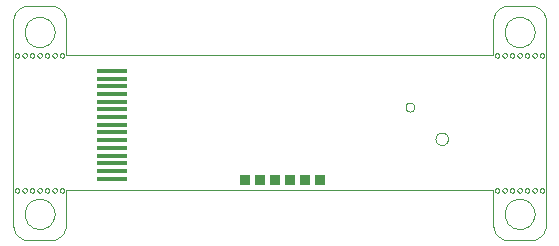
<source format=gbp>
G75*
%MOIN*%
%OFA0B0*%
%FSLAX24Y24*%
%IPPOS*%
%LPD*%
%AMOC8*
5,1,8,0,0,1.08239X$1,22.5*
%
%ADD10C,0.0000*%
%ADD11R,0.1024X0.0138*%
%ADD12R,0.0320X0.0350*%
D10*
X004943Y002737D02*
X005693Y002737D01*
X005737Y002739D01*
X005780Y002745D01*
X005822Y002754D01*
X005864Y002767D01*
X005904Y002784D01*
X005943Y002804D01*
X005980Y002827D01*
X006014Y002854D01*
X006047Y002883D01*
X006076Y002916D01*
X006103Y002950D01*
X006126Y002987D01*
X006146Y003026D01*
X006163Y003066D01*
X006176Y003108D01*
X006185Y003150D01*
X006191Y003193D01*
X006193Y003237D01*
X006193Y004393D01*
X020443Y004393D01*
X020443Y003237D01*
X020445Y003193D01*
X020451Y003150D01*
X020460Y003108D01*
X020473Y003066D01*
X020490Y003026D01*
X020510Y002987D01*
X020533Y002950D01*
X020560Y002916D01*
X020589Y002883D01*
X020622Y002854D01*
X020656Y002827D01*
X020693Y002804D01*
X020732Y002784D01*
X020772Y002767D01*
X020814Y002754D01*
X020856Y002745D01*
X020899Y002739D01*
X020943Y002737D01*
X021693Y002737D01*
X021737Y002739D01*
X021780Y002745D01*
X021822Y002754D01*
X021864Y002767D01*
X021904Y002784D01*
X021943Y002804D01*
X021980Y002827D01*
X022014Y002854D01*
X022047Y002883D01*
X022076Y002916D01*
X022103Y002950D01*
X022126Y002987D01*
X022146Y003026D01*
X022163Y003066D01*
X022176Y003108D01*
X022185Y003150D01*
X022191Y003193D01*
X022193Y003237D01*
X022193Y010050D01*
X022191Y010094D01*
X022185Y010137D01*
X022176Y010179D01*
X022163Y010221D01*
X022146Y010261D01*
X022126Y010300D01*
X022103Y010337D01*
X022076Y010371D01*
X022047Y010404D01*
X022014Y010433D01*
X021980Y010460D01*
X021943Y010483D01*
X021904Y010503D01*
X021864Y010520D01*
X021822Y010533D01*
X021780Y010542D01*
X021737Y010548D01*
X021693Y010550D01*
X020943Y010550D01*
X020899Y010548D01*
X020856Y010542D01*
X020814Y010533D01*
X020772Y010520D01*
X020732Y010503D01*
X020693Y010483D01*
X020656Y010460D01*
X020622Y010433D01*
X020589Y010404D01*
X020560Y010371D01*
X020533Y010337D01*
X020510Y010300D01*
X020490Y010261D01*
X020473Y010221D01*
X020460Y010179D01*
X020451Y010137D01*
X020445Y010094D01*
X020443Y010050D01*
X020443Y008893D01*
X006193Y008893D01*
X006193Y010050D01*
X006191Y010094D01*
X006185Y010137D01*
X006176Y010179D01*
X006163Y010221D01*
X006146Y010261D01*
X006126Y010300D01*
X006103Y010337D01*
X006076Y010371D01*
X006047Y010404D01*
X006014Y010433D01*
X005980Y010460D01*
X005943Y010483D01*
X005904Y010503D01*
X005864Y010520D01*
X005822Y010533D01*
X005780Y010542D01*
X005737Y010548D01*
X005693Y010550D01*
X004943Y010550D01*
X004899Y010548D01*
X004856Y010542D01*
X004814Y010533D01*
X004772Y010520D01*
X004732Y010503D01*
X004693Y010483D01*
X004656Y010460D01*
X004622Y010433D01*
X004589Y010404D01*
X004560Y010371D01*
X004533Y010337D01*
X004510Y010300D01*
X004490Y010261D01*
X004473Y010221D01*
X004460Y010179D01*
X004451Y010137D01*
X004445Y010094D01*
X004443Y010050D01*
X004443Y003237D01*
X004445Y003193D01*
X004451Y003150D01*
X004460Y003108D01*
X004473Y003066D01*
X004490Y003026D01*
X004510Y002987D01*
X004533Y002950D01*
X004560Y002916D01*
X004589Y002883D01*
X004622Y002854D01*
X004656Y002827D01*
X004693Y002804D01*
X004732Y002784D01*
X004772Y002767D01*
X004814Y002754D01*
X004856Y002745D01*
X004899Y002739D01*
X004943Y002737D01*
X004818Y003612D02*
X004820Y003656D01*
X004826Y003700D01*
X004836Y003743D01*
X004849Y003785D01*
X004866Y003826D01*
X004887Y003865D01*
X004911Y003902D01*
X004938Y003937D01*
X004968Y003969D01*
X005001Y003999D01*
X005037Y004025D01*
X005074Y004049D01*
X005114Y004068D01*
X005155Y004085D01*
X005198Y004097D01*
X005241Y004106D01*
X005285Y004111D01*
X005329Y004112D01*
X005373Y004109D01*
X005417Y004102D01*
X005460Y004091D01*
X005502Y004077D01*
X005542Y004059D01*
X005581Y004037D01*
X005617Y004013D01*
X005651Y003985D01*
X005683Y003954D01*
X005712Y003920D01*
X005738Y003884D01*
X005760Y003846D01*
X005779Y003806D01*
X005794Y003764D01*
X005806Y003722D01*
X005814Y003678D01*
X005818Y003634D01*
X005818Y003590D01*
X005814Y003546D01*
X005806Y003502D01*
X005794Y003460D01*
X005779Y003418D01*
X005760Y003378D01*
X005738Y003340D01*
X005712Y003304D01*
X005683Y003270D01*
X005651Y003239D01*
X005617Y003211D01*
X005581Y003187D01*
X005542Y003165D01*
X005502Y003147D01*
X005460Y003133D01*
X005417Y003122D01*
X005373Y003115D01*
X005329Y003112D01*
X005285Y003113D01*
X005241Y003118D01*
X005198Y003127D01*
X005155Y003139D01*
X005114Y003156D01*
X005074Y003175D01*
X005037Y003199D01*
X005001Y003225D01*
X004968Y003255D01*
X004938Y003287D01*
X004911Y003322D01*
X004887Y003359D01*
X004866Y003398D01*
X004849Y003439D01*
X004836Y003481D01*
X004826Y003524D01*
X004820Y003568D01*
X004818Y003612D01*
X004743Y004393D02*
X004745Y004410D01*
X004750Y004426D01*
X004759Y004440D01*
X004771Y004452D01*
X004785Y004461D01*
X004801Y004466D01*
X004818Y004468D01*
X004835Y004466D01*
X004851Y004461D01*
X004865Y004452D01*
X004877Y004440D01*
X004886Y004426D01*
X004891Y004410D01*
X004893Y004393D01*
X004891Y004376D01*
X004886Y004360D01*
X004877Y004346D01*
X004865Y004334D01*
X004851Y004325D01*
X004835Y004320D01*
X004818Y004318D01*
X004801Y004320D01*
X004785Y004325D01*
X004771Y004334D01*
X004759Y004346D01*
X004750Y004360D01*
X004745Y004376D01*
X004743Y004393D01*
X004493Y004393D02*
X004495Y004410D01*
X004500Y004426D01*
X004509Y004440D01*
X004521Y004452D01*
X004535Y004461D01*
X004551Y004466D01*
X004568Y004468D01*
X004585Y004466D01*
X004601Y004461D01*
X004615Y004452D01*
X004627Y004440D01*
X004636Y004426D01*
X004641Y004410D01*
X004643Y004393D01*
X004641Y004376D01*
X004636Y004360D01*
X004627Y004346D01*
X004615Y004334D01*
X004601Y004325D01*
X004585Y004320D01*
X004568Y004318D01*
X004551Y004320D01*
X004535Y004325D01*
X004521Y004334D01*
X004509Y004346D01*
X004500Y004360D01*
X004495Y004376D01*
X004493Y004393D01*
X004993Y004393D02*
X004995Y004410D01*
X005000Y004426D01*
X005009Y004440D01*
X005021Y004452D01*
X005035Y004461D01*
X005051Y004466D01*
X005068Y004468D01*
X005085Y004466D01*
X005101Y004461D01*
X005115Y004452D01*
X005127Y004440D01*
X005136Y004426D01*
X005141Y004410D01*
X005143Y004393D01*
X005141Y004376D01*
X005136Y004360D01*
X005127Y004346D01*
X005115Y004334D01*
X005101Y004325D01*
X005085Y004320D01*
X005068Y004318D01*
X005051Y004320D01*
X005035Y004325D01*
X005021Y004334D01*
X005009Y004346D01*
X005000Y004360D01*
X004995Y004376D01*
X004993Y004393D01*
X005243Y004393D02*
X005245Y004410D01*
X005250Y004426D01*
X005259Y004440D01*
X005271Y004452D01*
X005285Y004461D01*
X005301Y004466D01*
X005318Y004468D01*
X005335Y004466D01*
X005351Y004461D01*
X005365Y004452D01*
X005377Y004440D01*
X005386Y004426D01*
X005391Y004410D01*
X005393Y004393D01*
X005391Y004376D01*
X005386Y004360D01*
X005377Y004346D01*
X005365Y004334D01*
X005351Y004325D01*
X005335Y004320D01*
X005318Y004318D01*
X005301Y004320D01*
X005285Y004325D01*
X005271Y004334D01*
X005259Y004346D01*
X005250Y004360D01*
X005245Y004376D01*
X005243Y004393D01*
X005493Y004393D02*
X005495Y004410D01*
X005500Y004426D01*
X005509Y004440D01*
X005521Y004452D01*
X005535Y004461D01*
X005551Y004466D01*
X005568Y004468D01*
X005585Y004466D01*
X005601Y004461D01*
X005615Y004452D01*
X005627Y004440D01*
X005636Y004426D01*
X005641Y004410D01*
X005643Y004393D01*
X005641Y004376D01*
X005636Y004360D01*
X005627Y004346D01*
X005615Y004334D01*
X005601Y004325D01*
X005585Y004320D01*
X005568Y004318D01*
X005551Y004320D01*
X005535Y004325D01*
X005521Y004334D01*
X005509Y004346D01*
X005500Y004360D01*
X005495Y004376D01*
X005493Y004393D01*
X005743Y004393D02*
X005745Y004410D01*
X005750Y004426D01*
X005759Y004440D01*
X005771Y004452D01*
X005785Y004461D01*
X005801Y004466D01*
X005818Y004468D01*
X005835Y004466D01*
X005851Y004461D01*
X005865Y004452D01*
X005877Y004440D01*
X005886Y004426D01*
X005891Y004410D01*
X005893Y004393D01*
X005891Y004376D01*
X005886Y004360D01*
X005877Y004346D01*
X005865Y004334D01*
X005851Y004325D01*
X005835Y004320D01*
X005818Y004318D01*
X005801Y004320D01*
X005785Y004325D01*
X005771Y004334D01*
X005759Y004346D01*
X005750Y004360D01*
X005745Y004376D01*
X005743Y004393D01*
X005993Y004393D02*
X005995Y004410D01*
X006000Y004426D01*
X006009Y004440D01*
X006021Y004452D01*
X006035Y004461D01*
X006051Y004466D01*
X006068Y004468D01*
X006085Y004466D01*
X006101Y004461D01*
X006115Y004452D01*
X006127Y004440D01*
X006136Y004426D01*
X006141Y004410D01*
X006143Y004393D01*
X006141Y004376D01*
X006136Y004360D01*
X006127Y004346D01*
X006115Y004334D01*
X006101Y004325D01*
X006085Y004320D01*
X006068Y004318D01*
X006051Y004320D01*
X006035Y004325D01*
X006021Y004334D01*
X006009Y004346D01*
X006000Y004360D01*
X005995Y004376D01*
X005993Y004393D01*
X005993Y008893D02*
X005995Y008910D01*
X006000Y008926D01*
X006009Y008940D01*
X006021Y008952D01*
X006035Y008961D01*
X006051Y008966D01*
X006068Y008968D01*
X006085Y008966D01*
X006101Y008961D01*
X006115Y008952D01*
X006127Y008940D01*
X006136Y008926D01*
X006141Y008910D01*
X006143Y008893D01*
X006141Y008876D01*
X006136Y008860D01*
X006127Y008846D01*
X006115Y008834D01*
X006101Y008825D01*
X006085Y008820D01*
X006068Y008818D01*
X006051Y008820D01*
X006035Y008825D01*
X006021Y008834D01*
X006009Y008846D01*
X006000Y008860D01*
X005995Y008876D01*
X005993Y008893D01*
X005743Y008893D02*
X005745Y008910D01*
X005750Y008926D01*
X005759Y008940D01*
X005771Y008952D01*
X005785Y008961D01*
X005801Y008966D01*
X005818Y008968D01*
X005835Y008966D01*
X005851Y008961D01*
X005865Y008952D01*
X005877Y008940D01*
X005886Y008926D01*
X005891Y008910D01*
X005893Y008893D01*
X005891Y008876D01*
X005886Y008860D01*
X005877Y008846D01*
X005865Y008834D01*
X005851Y008825D01*
X005835Y008820D01*
X005818Y008818D01*
X005801Y008820D01*
X005785Y008825D01*
X005771Y008834D01*
X005759Y008846D01*
X005750Y008860D01*
X005745Y008876D01*
X005743Y008893D01*
X005493Y008893D02*
X005495Y008910D01*
X005500Y008926D01*
X005509Y008940D01*
X005521Y008952D01*
X005535Y008961D01*
X005551Y008966D01*
X005568Y008968D01*
X005585Y008966D01*
X005601Y008961D01*
X005615Y008952D01*
X005627Y008940D01*
X005636Y008926D01*
X005641Y008910D01*
X005643Y008893D01*
X005641Y008876D01*
X005636Y008860D01*
X005627Y008846D01*
X005615Y008834D01*
X005601Y008825D01*
X005585Y008820D01*
X005568Y008818D01*
X005551Y008820D01*
X005535Y008825D01*
X005521Y008834D01*
X005509Y008846D01*
X005500Y008860D01*
X005495Y008876D01*
X005493Y008893D01*
X005243Y008893D02*
X005245Y008910D01*
X005250Y008926D01*
X005259Y008940D01*
X005271Y008952D01*
X005285Y008961D01*
X005301Y008966D01*
X005318Y008968D01*
X005335Y008966D01*
X005351Y008961D01*
X005365Y008952D01*
X005377Y008940D01*
X005386Y008926D01*
X005391Y008910D01*
X005393Y008893D01*
X005391Y008876D01*
X005386Y008860D01*
X005377Y008846D01*
X005365Y008834D01*
X005351Y008825D01*
X005335Y008820D01*
X005318Y008818D01*
X005301Y008820D01*
X005285Y008825D01*
X005271Y008834D01*
X005259Y008846D01*
X005250Y008860D01*
X005245Y008876D01*
X005243Y008893D01*
X004993Y008893D02*
X004995Y008910D01*
X005000Y008926D01*
X005009Y008940D01*
X005021Y008952D01*
X005035Y008961D01*
X005051Y008966D01*
X005068Y008968D01*
X005085Y008966D01*
X005101Y008961D01*
X005115Y008952D01*
X005127Y008940D01*
X005136Y008926D01*
X005141Y008910D01*
X005143Y008893D01*
X005141Y008876D01*
X005136Y008860D01*
X005127Y008846D01*
X005115Y008834D01*
X005101Y008825D01*
X005085Y008820D01*
X005068Y008818D01*
X005051Y008820D01*
X005035Y008825D01*
X005021Y008834D01*
X005009Y008846D01*
X005000Y008860D01*
X004995Y008876D01*
X004993Y008893D01*
X004743Y008893D02*
X004745Y008910D01*
X004750Y008926D01*
X004759Y008940D01*
X004771Y008952D01*
X004785Y008961D01*
X004801Y008966D01*
X004818Y008968D01*
X004835Y008966D01*
X004851Y008961D01*
X004865Y008952D01*
X004877Y008940D01*
X004886Y008926D01*
X004891Y008910D01*
X004893Y008893D01*
X004891Y008876D01*
X004886Y008860D01*
X004877Y008846D01*
X004865Y008834D01*
X004851Y008825D01*
X004835Y008820D01*
X004818Y008818D01*
X004801Y008820D01*
X004785Y008825D01*
X004771Y008834D01*
X004759Y008846D01*
X004750Y008860D01*
X004745Y008876D01*
X004743Y008893D01*
X004493Y008893D02*
X004495Y008910D01*
X004500Y008926D01*
X004509Y008940D01*
X004521Y008952D01*
X004535Y008961D01*
X004551Y008966D01*
X004568Y008968D01*
X004585Y008966D01*
X004601Y008961D01*
X004615Y008952D01*
X004627Y008940D01*
X004636Y008926D01*
X004641Y008910D01*
X004643Y008893D01*
X004641Y008876D01*
X004636Y008860D01*
X004627Y008846D01*
X004615Y008834D01*
X004601Y008825D01*
X004585Y008820D01*
X004568Y008818D01*
X004551Y008820D01*
X004535Y008825D01*
X004521Y008834D01*
X004509Y008846D01*
X004500Y008860D01*
X004495Y008876D01*
X004493Y008893D01*
X004818Y009675D02*
X004820Y009719D01*
X004826Y009763D01*
X004836Y009806D01*
X004849Y009848D01*
X004866Y009889D01*
X004887Y009928D01*
X004911Y009965D01*
X004938Y010000D01*
X004968Y010032D01*
X005001Y010062D01*
X005037Y010088D01*
X005074Y010112D01*
X005114Y010131D01*
X005155Y010148D01*
X005198Y010160D01*
X005241Y010169D01*
X005285Y010174D01*
X005329Y010175D01*
X005373Y010172D01*
X005417Y010165D01*
X005460Y010154D01*
X005502Y010140D01*
X005542Y010122D01*
X005581Y010100D01*
X005617Y010076D01*
X005651Y010048D01*
X005683Y010017D01*
X005712Y009983D01*
X005738Y009947D01*
X005760Y009909D01*
X005779Y009869D01*
X005794Y009827D01*
X005806Y009785D01*
X005814Y009741D01*
X005818Y009697D01*
X005818Y009653D01*
X005814Y009609D01*
X005806Y009565D01*
X005794Y009523D01*
X005779Y009481D01*
X005760Y009441D01*
X005738Y009403D01*
X005712Y009367D01*
X005683Y009333D01*
X005651Y009302D01*
X005617Y009274D01*
X005581Y009250D01*
X005542Y009228D01*
X005502Y009210D01*
X005460Y009196D01*
X005417Y009185D01*
X005373Y009178D01*
X005329Y009175D01*
X005285Y009176D01*
X005241Y009181D01*
X005198Y009190D01*
X005155Y009202D01*
X005114Y009219D01*
X005074Y009238D01*
X005037Y009262D01*
X005001Y009288D01*
X004968Y009318D01*
X004938Y009350D01*
X004911Y009385D01*
X004887Y009422D01*
X004866Y009461D01*
X004849Y009502D01*
X004836Y009544D01*
X004826Y009587D01*
X004820Y009631D01*
X004818Y009675D01*
X017516Y007172D02*
X017518Y007196D01*
X017524Y007219D01*
X017533Y007241D01*
X017546Y007261D01*
X017561Y007279D01*
X017580Y007294D01*
X017601Y007306D01*
X017623Y007314D01*
X017646Y007319D01*
X017670Y007320D01*
X017694Y007317D01*
X017716Y007310D01*
X017738Y007300D01*
X017758Y007287D01*
X017775Y007270D01*
X017789Y007251D01*
X017800Y007230D01*
X017808Y007207D01*
X017812Y007184D01*
X017812Y007160D01*
X017808Y007137D01*
X017800Y007114D01*
X017789Y007093D01*
X017775Y007074D01*
X017758Y007057D01*
X017738Y007044D01*
X017716Y007034D01*
X017694Y007027D01*
X017670Y007024D01*
X017646Y007025D01*
X017623Y007030D01*
X017601Y007038D01*
X017580Y007050D01*
X017561Y007065D01*
X017546Y007083D01*
X017533Y007103D01*
X017524Y007125D01*
X017518Y007148D01*
X017516Y007172D01*
X018515Y006114D02*
X018517Y006142D01*
X018523Y006170D01*
X018532Y006196D01*
X018545Y006222D01*
X018561Y006245D01*
X018581Y006265D01*
X018603Y006283D01*
X018627Y006298D01*
X018653Y006309D01*
X018680Y006317D01*
X018708Y006321D01*
X018736Y006321D01*
X018764Y006317D01*
X018791Y006309D01*
X018817Y006298D01*
X018841Y006283D01*
X018863Y006265D01*
X018883Y006245D01*
X018899Y006222D01*
X018912Y006196D01*
X018921Y006170D01*
X018927Y006142D01*
X018929Y006114D01*
X018927Y006086D01*
X018921Y006058D01*
X018912Y006032D01*
X018899Y006006D01*
X018883Y005983D01*
X018863Y005963D01*
X018841Y005945D01*
X018817Y005930D01*
X018791Y005919D01*
X018764Y005911D01*
X018736Y005907D01*
X018708Y005907D01*
X018680Y005911D01*
X018653Y005919D01*
X018627Y005930D01*
X018603Y005945D01*
X018581Y005963D01*
X018561Y005983D01*
X018545Y006006D01*
X018532Y006032D01*
X018523Y006058D01*
X018517Y006086D01*
X018515Y006114D01*
X020493Y004393D02*
X020495Y004410D01*
X020500Y004426D01*
X020509Y004440D01*
X020521Y004452D01*
X020535Y004461D01*
X020551Y004466D01*
X020568Y004468D01*
X020585Y004466D01*
X020601Y004461D01*
X020615Y004452D01*
X020627Y004440D01*
X020636Y004426D01*
X020641Y004410D01*
X020643Y004393D01*
X020641Y004376D01*
X020636Y004360D01*
X020627Y004346D01*
X020615Y004334D01*
X020601Y004325D01*
X020585Y004320D01*
X020568Y004318D01*
X020551Y004320D01*
X020535Y004325D01*
X020521Y004334D01*
X020509Y004346D01*
X020500Y004360D01*
X020495Y004376D01*
X020493Y004393D01*
X020743Y004393D02*
X020745Y004410D01*
X020750Y004426D01*
X020759Y004440D01*
X020771Y004452D01*
X020785Y004461D01*
X020801Y004466D01*
X020818Y004468D01*
X020835Y004466D01*
X020851Y004461D01*
X020865Y004452D01*
X020877Y004440D01*
X020886Y004426D01*
X020891Y004410D01*
X020893Y004393D01*
X020891Y004376D01*
X020886Y004360D01*
X020877Y004346D01*
X020865Y004334D01*
X020851Y004325D01*
X020835Y004320D01*
X020818Y004318D01*
X020801Y004320D01*
X020785Y004325D01*
X020771Y004334D01*
X020759Y004346D01*
X020750Y004360D01*
X020745Y004376D01*
X020743Y004393D01*
X020993Y004393D02*
X020995Y004410D01*
X021000Y004426D01*
X021009Y004440D01*
X021021Y004452D01*
X021035Y004461D01*
X021051Y004466D01*
X021068Y004468D01*
X021085Y004466D01*
X021101Y004461D01*
X021115Y004452D01*
X021127Y004440D01*
X021136Y004426D01*
X021141Y004410D01*
X021143Y004393D01*
X021141Y004376D01*
X021136Y004360D01*
X021127Y004346D01*
X021115Y004334D01*
X021101Y004325D01*
X021085Y004320D01*
X021068Y004318D01*
X021051Y004320D01*
X021035Y004325D01*
X021021Y004334D01*
X021009Y004346D01*
X021000Y004360D01*
X020995Y004376D01*
X020993Y004393D01*
X021243Y004393D02*
X021245Y004410D01*
X021250Y004426D01*
X021259Y004440D01*
X021271Y004452D01*
X021285Y004461D01*
X021301Y004466D01*
X021318Y004468D01*
X021335Y004466D01*
X021351Y004461D01*
X021365Y004452D01*
X021377Y004440D01*
X021386Y004426D01*
X021391Y004410D01*
X021393Y004393D01*
X021391Y004376D01*
X021386Y004360D01*
X021377Y004346D01*
X021365Y004334D01*
X021351Y004325D01*
X021335Y004320D01*
X021318Y004318D01*
X021301Y004320D01*
X021285Y004325D01*
X021271Y004334D01*
X021259Y004346D01*
X021250Y004360D01*
X021245Y004376D01*
X021243Y004393D01*
X021493Y004393D02*
X021495Y004410D01*
X021500Y004426D01*
X021509Y004440D01*
X021521Y004452D01*
X021535Y004461D01*
X021551Y004466D01*
X021568Y004468D01*
X021585Y004466D01*
X021601Y004461D01*
X021615Y004452D01*
X021627Y004440D01*
X021636Y004426D01*
X021641Y004410D01*
X021643Y004393D01*
X021641Y004376D01*
X021636Y004360D01*
X021627Y004346D01*
X021615Y004334D01*
X021601Y004325D01*
X021585Y004320D01*
X021568Y004318D01*
X021551Y004320D01*
X021535Y004325D01*
X021521Y004334D01*
X021509Y004346D01*
X021500Y004360D01*
X021495Y004376D01*
X021493Y004393D01*
X021743Y004393D02*
X021745Y004410D01*
X021750Y004426D01*
X021759Y004440D01*
X021771Y004452D01*
X021785Y004461D01*
X021801Y004466D01*
X021818Y004468D01*
X021835Y004466D01*
X021851Y004461D01*
X021865Y004452D01*
X021877Y004440D01*
X021886Y004426D01*
X021891Y004410D01*
X021893Y004393D01*
X021891Y004376D01*
X021886Y004360D01*
X021877Y004346D01*
X021865Y004334D01*
X021851Y004325D01*
X021835Y004320D01*
X021818Y004318D01*
X021801Y004320D01*
X021785Y004325D01*
X021771Y004334D01*
X021759Y004346D01*
X021750Y004360D01*
X021745Y004376D01*
X021743Y004393D01*
X021993Y004393D02*
X021995Y004410D01*
X022000Y004426D01*
X022009Y004440D01*
X022021Y004452D01*
X022035Y004461D01*
X022051Y004466D01*
X022068Y004468D01*
X022085Y004466D01*
X022101Y004461D01*
X022115Y004452D01*
X022127Y004440D01*
X022136Y004426D01*
X022141Y004410D01*
X022143Y004393D01*
X022141Y004376D01*
X022136Y004360D01*
X022127Y004346D01*
X022115Y004334D01*
X022101Y004325D01*
X022085Y004320D01*
X022068Y004318D01*
X022051Y004320D01*
X022035Y004325D01*
X022021Y004334D01*
X022009Y004346D01*
X022000Y004360D01*
X021995Y004376D01*
X021993Y004393D01*
X020818Y003612D02*
X020820Y003656D01*
X020826Y003700D01*
X020836Y003743D01*
X020849Y003785D01*
X020866Y003826D01*
X020887Y003865D01*
X020911Y003902D01*
X020938Y003937D01*
X020968Y003969D01*
X021001Y003999D01*
X021037Y004025D01*
X021074Y004049D01*
X021114Y004068D01*
X021155Y004085D01*
X021198Y004097D01*
X021241Y004106D01*
X021285Y004111D01*
X021329Y004112D01*
X021373Y004109D01*
X021417Y004102D01*
X021460Y004091D01*
X021502Y004077D01*
X021542Y004059D01*
X021581Y004037D01*
X021617Y004013D01*
X021651Y003985D01*
X021683Y003954D01*
X021712Y003920D01*
X021738Y003884D01*
X021760Y003846D01*
X021779Y003806D01*
X021794Y003764D01*
X021806Y003722D01*
X021814Y003678D01*
X021818Y003634D01*
X021818Y003590D01*
X021814Y003546D01*
X021806Y003502D01*
X021794Y003460D01*
X021779Y003418D01*
X021760Y003378D01*
X021738Y003340D01*
X021712Y003304D01*
X021683Y003270D01*
X021651Y003239D01*
X021617Y003211D01*
X021581Y003187D01*
X021542Y003165D01*
X021502Y003147D01*
X021460Y003133D01*
X021417Y003122D01*
X021373Y003115D01*
X021329Y003112D01*
X021285Y003113D01*
X021241Y003118D01*
X021198Y003127D01*
X021155Y003139D01*
X021114Y003156D01*
X021074Y003175D01*
X021037Y003199D01*
X021001Y003225D01*
X020968Y003255D01*
X020938Y003287D01*
X020911Y003322D01*
X020887Y003359D01*
X020866Y003398D01*
X020849Y003439D01*
X020836Y003481D01*
X020826Y003524D01*
X020820Y003568D01*
X020818Y003612D01*
X020743Y008893D02*
X020745Y008910D01*
X020750Y008926D01*
X020759Y008940D01*
X020771Y008952D01*
X020785Y008961D01*
X020801Y008966D01*
X020818Y008968D01*
X020835Y008966D01*
X020851Y008961D01*
X020865Y008952D01*
X020877Y008940D01*
X020886Y008926D01*
X020891Y008910D01*
X020893Y008893D01*
X020891Y008876D01*
X020886Y008860D01*
X020877Y008846D01*
X020865Y008834D01*
X020851Y008825D01*
X020835Y008820D01*
X020818Y008818D01*
X020801Y008820D01*
X020785Y008825D01*
X020771Y008834D01*
X020759Y008846D01*
X020750Y008860D01*
X020745Y008876D01*
X020743Y008893D01*
X020493Y008893D02*
X020495Y008910D01*
X020500Y008926D01*
X020509Y008940D01*
X020521Y008952D01*
X020535Y008961D01*
X020551Y008966D01*
X020568Y008968D01*
X020585Y008966D01*
X020601Y008961D01*
X020615Y008952D01*
X020627Y008940D01*
X020636Y008926D01*
X020641Y008910D01*
X020643Y008893D01*
X020641Y008876D01*
X020636Y008860D01*
X020627Y008846D01*
X020615Y008834D01*
X020601Y008825D01*
X020585Y008820D01*
X020568Y008818D01*
X020551Y008820D01*
X020535Y008825D01*
X020521Y008834D01*
X020509Y008846D01*
X020500Y008860D01*
X020495Y008876D01*
X020493Y008893D01*
X020993Y008893D02*
X020995Y008910D01*
X021000Y008926D01*
X021009Y008940D01*
X021021Y008952D01*
X021035Y008961D01*
X021051Y008966D01*
X021068Y008968D01*
X021085Y008966D01*
X021101Y008961D01*
X021115Y008952D01*
X021127Y008940D01*
X021136Y008926D01*
X021141Y008910D01*
X021143Y008893D01*
X021141Y008876D01*
X021136Y008860D01*
X021127Y008846D01*
X021115Y008834D01*
X021101Y008825D01*
X021085Y008820D01*
X021068Y008818D01*
X021051Y008820D01*
X021035Y008825D01*
X021021Y008834D01*
X021009Y008846D01*
X021000Y008860D01*
X020995Y008876D01*
X020993Y008893D01*
X021243Y008893D02*
X021245Y008910D01*
X021250Y008926D01*
X021259Y008940D01*
X021271Y008952D01*
X021285Y008961D01*
X021301Y008966D01*
X021318Y008968D01*
X021335Y008966D01*
X021351Y008961D01*
X021365Y008952D01*
X021377Y008940D01*
X021386Y008926D01*
X021391Y008910D01*
X021393Y008893D01*
X021391Y008876D01*
X021386Y008860D01*
X021377Y008846D01*
X021365Y008834D01*
X021351Y008825D01*
X021335Y008820D01*
X021318Y008818D01*
X021301Y008820D01*
X021285Y008825D01*
X021271Y008834D01*
X021259Y008846D01*
X021250Y008860D01*
X021245Y008876D01*
X021243Y008893D01*
X021493Y008893D02*
X021495Y008910D01*
X021500Y008926D01*
X021509Y008940D01*
X021521Y008952D01*
X021535Y008961D01*
X021551Y008966D01*
X021568Y008968D01*
X021585Y008966D01*
X021601Y008961D01*
X021615Y008952D01*
X021627Y008940D01*
X021636Y008926D01*
X021641Y008910D01*
X021643Y008893D01*
X021641Y008876D01*
X021636Y008860D01*
X021627Y008846D01*
X021615Y008834D01*
X021601Y008825D01*
X021585Y008820D01*
X021568Y008818D01*
X021551Y008820D01*
X021535Y008825D01*
X021521Y008834D01*
X021509Y008846D01*
X021500Y008860D01*
X021495Y008876D01*
X021493Y008893D01*
X021743Y008893D02*
X021745Y008910D01*
X021750Y008926D01*
X021759Y008940D01*
X021771Y008952D01*
X021785Y008961D01*
X021801Y008966D01*
X021818Y008968D01*
X021835Y008966D01*
X021851Y008961D01*
X021865Y008952D01*
X021877Y008940D01*
X021886Y008926D01*
X021891Y008910D01*
X021893Y008893D01*
X021891Y008876D01*
X021886Y008860D01*
X021877Y008846D01*
X021865Y008834D01*
X021851Y008825D01*
X021835Y008820D01*
X021818Y008818D01*
X021801Y008820D01*
X021785Y008825D01*
X021771Y008834D01*
X021759Y008846D01*
X021750Y008860D01*
X021745Y008876D01*
X021743Y008893D01*
X021993Y008893D02*
X021995Y008910D01*
X022000Y008926D01*
X022009Y008940D01*
X022021Y008952D01*
X022035Y008961D01*
X022051Y008966D01*
X022068Y008968D01*
X022085Y008966D01*
X022101Y008961D01*
X022115Y008952D01*
X022127Y008940D01*
X022136Y008926D01*
X022141Y008910D01*
X022143Y008893D01*
X022141Y008876D01*
X022136Y008860D01*
X022127Y008846D01*
X022115Y008834D01*
X022101Y008825D01*
X022085Y008820D01*
X022068Y008818D01*
X022051Y008820D01*
X022035Y008825D01*
X022021Y008834D01*
X022009Y008846D01*
X022000Y008860D01*
X021995Y008876D01*
X021993Y008893D01*
X020818Y009675D02*
X020820Y009719D01*
X020826Y009763D01*
X020836Y009806D01*
X020849Y009848D01*
X020866Y009889D01*
X020887Y009928D01*
X020911Y009965D01*
X020938Y010000D01*
X020968Y010032D01*
X021001Y010062D01*
X021037Y010088D01*
X021074Y010112D01*
X021114Y010131D01*
X021155Y010148D01*
X021198Y010160D01*
X021241Y010169D01*
X021285Y010174D01*
X021329Y010175D01*
X021373Y010172D01*
X021417Y010165D01*
X021460Y010154D01*
X021502Y010140D01*
X021542Y010122D01*
X021581Y010100D01*
X021617Y010076D01*
X021651Y010048D01*
X021683Y010017D01*
X021712Y009983D01*
X021738Y009947D01*
X021760Y009909D01*
X021779Y009869D01*
X021794Y009827D01*
X021806Y009785D01*
X021814Y009741D01*
X021818Y009697D01*
X021818Y009653D01*
X021814Y009609D01*
X021806Y009565D01*
X021794Y009523D01*
X021779Y009481D01*
X021760Y009441D01*
X021738Y009403D01*
X021712Y009367D01*
X021683Y009333D01*
X021651Y009302D01*
X021617Y009274D01*
X021581Y009250D01*
X021542Y009228D01*
X021502Y009210D01*
X021460Y009196D01*
X021417Y009185D01*
X021373Y009178D01*
X021329Y009175D01*
X021285Y009176D01*
X021241Y009181D01*
X021198Y009190D01*
X021155Y009202D01*
X021114Y009219D01*
X021074Y009238D01*
X021037Y009262D01*
X021001Y009288D01*
X020968Y009318D01*
X020938Y009350D01*
X020911Y009385D01*
X020887Y009422D01*
X020866Y009461D01*
X020849Y009502D01*
X020836Y009544D01*
X020826Y009587D01*
X020820Y009631D01*
X020818Y009675D01*
D11*
X007724Y008372D03*
X007724Y008116D03*
X007724Y007860D03*
X007724Y007604D03*
X007724Y007349D03*
X007724Y007093D03*
X007724Y006837D03*
X007724Y006581D03*
X007724Y006325D03*
X007724Y006069D03*
X007724Y005813D03*
X007724Y005557D03*
X007724Y005301D03*
X007724Y005045D03*
X007724Y004789D03*
D12*
X012162Y004737D03*
X012662Y004737D03*
X013162Y004737D03*
X013662Y004737D03*
X014162Y004737D03*
X014662Y004737D03*
M02*

</source>
